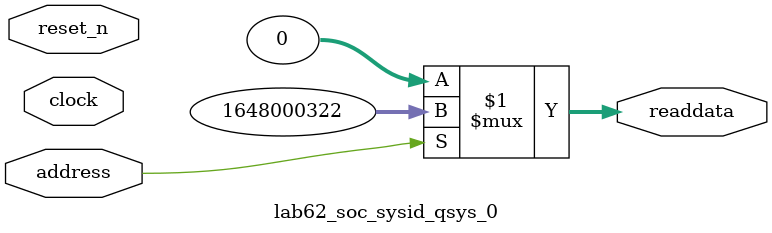
<source format=v>



// synthesis translate_off
`timescale 1ns / 1ps
// synthesis translate_on

// turn off superfluous verilog processor warnings 
// altera message_level Level1 
// altera message_off 10034 10035 10036 10037 10230 10240 10030 

module lab62_soc_sysid_qsys_0 (
               // inputs:
                address,
                clock,
                reset_n,

               // outputs:
                readdata
             )
;

  output  [ 31: 0] readdata;
  input            address;
  input            clock;
  input            reset_n;

  wire    [ 31: 0] readdata;
  //control_slave, which is an e_avalon_slave
  assign readdata = address ? 1648000322 : 0;

endmodule



</source>
